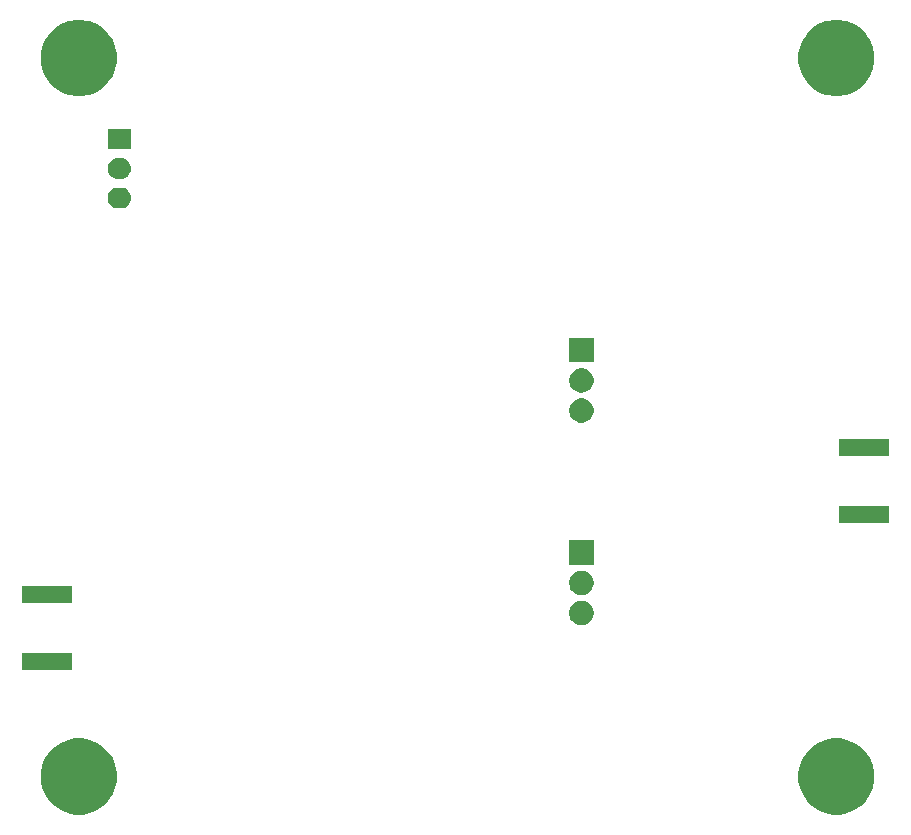
<source format=gbs>
G04 #@! TF.GenerationSoftware,KiCad,Pcbnew,(5.1.5)-3*
G04 #@! TF.CreationDate,2020-02-06T00:19:04+09:00*
G04 #@! TF.ProjectId,GradientDriver,47726164-6965-46e7-9444-72697665722e,rev?*
G04 #@! TF.SameCoordinates,Original*
G04 #@! TF.FileFunction,Soldermask,Bot*
G04 #@! TF.FilePolarity,Negative*
%FSLAX46Y46*%
G04 Gerber Fmt 4.6, Leading zero omitted, Abs format (unit mm)*
G04 Created by KiCad (PCBNEW (5.1.5)-3) date 2020-02-06 00:19:04*
%MOMM*%
%LPD*%
G04 APERTURE LIST*
%ADD10C,0.100000*%
G04 APERTURE END LIST*
D10*
G36*
X122548386Y-96535890D02*
G01*
X122859531Y-96597781D01*
X123445716Y-96840587D01*
X123973268Y-97193086D01*
X124421914Y-97641732D01*
X124526680Y-97798526D01*
X124774414Y-98169286D01*
X125017219Y-98755470D01*
X125141000Y-99377758D01*
X125141000Y-100012242D01*
X125129892Y-100068085D01*
X125017219Y-100634531D01*
X124774413Y-101220716D01*
X124421914Y-101748268D01*
X123973268Y-102196914D01*
X123445716Y-102549413D01*
X122859531Y-102792219D01*
X122548386Y-102854110D01*
X122237242Y-102916000D01*
X121602758Y-102916000D01*
X121291614Y-102854110D01*
X120980469Y-102792219D01*
X120394284Y-102549413D01*
X119866732Y-102196914D01*
X119418086Y-101748268D01*
X119065587Y-101220716D01*
X118822781Y-100634531D01*
X118710108Y-100068085D01*
X118699000Y-100012242D01*
X118699000Y-99377758D01*
X118822781Y-98755470D01*
X119065586Y-98169286D01*
X119313320Y-97798526D01*
X119418086Y-97641732D01*
X119866732Y-97193086D01*
X120394284Y-96840587D01*
X120980469Y-96597781D01*
X121291614Y-96535891D01*
X121602758Y-96474000D01*
X122237242Y-96474000D01*
X122548386Y-96535890D01*
G37*
G36*
X58413386Y-96535890D02*
G01*
X58724531Y-96597781D01*
X59310716Y-96840587D01*
X59838268Y-97193086D01*
X60286914Y-97641732D01*
X60391680Y-97798526D01*
X60639414Y-98169286D01*
X60882219Y-98755470D01*
X61006000Y-99377758D01*
X61006000Y-100012242D01*
X60994892Y-100068085D01*
X60882219Y-100634531D01*
X60639413Y-101220716D01*
X60286914Y-101748268D01*
X59838268Y-102196914D01*
X59310716Y-102549413D01*
X58724531Y-102792219D01*
X58413386Y-102854110D01*
X58102242Y-102916000D01*
X57467758Y-102916000D01*
X57156614Y-102854110D01*
X56845469Y-102792219D01*
X56259284Y-102549413D01*
X55731732Y-102196914D01*
X55283086Y-101748268D01*
X54930587Y-101220716D01*
X54687781Y-100634531D01*
X54575108Y-100068085D01*
X54564000Y-100012242D01*
X54564000Y-99377758D01*
X54687781Y-98755470D01*
X54930586Y-98169286D01*
X55178320Y-97798526D01*
X55283086Y-97641732D01*
X55731732Y-97193086D01*
X56259284Y-96840587D01*
X56845469Y-96597781D01*
X57156614Y-96535891D01*
X57467758Y-96474000D01*
X58102242Y-96474000D01*
X58413386Y-96535890D01*
G37*
G36*
X57239000Y-90643000D02*
G01*
X52997000Y-90643000D01*
X52997000Y-89251000D01*
X57239000Y-89251000D01*
X57239000Y-90643000D01*
G37*
G36*
X100498918Y-84828284D02*
G01*
X100632482Y-84854851D01*
X100821204Y-84933022D01*
X100991049Y-85046509D01*
X101135491Y-85190951D01*
X101248978Y-85360796D01*
X101327149Y-85549518D01*
X101367000Y-85749864D01*
X101367000Y-85954136D01*
X101327149Y-86154482D01*
X101248978Y-86343204D01*
X101135491Y-86513049D01*
X100991049Y-86657491D01*
X100821204Y-86770978D01*
X100632482Y-86849149D01*
X100498918Y-86875716D01*
X100432137Y-86889000D01*
X100227863Y-86889000D01*
X100161082Y-86875716D01*
X100027518Y-86849149D01*
X99838796Y-86770978D01*
X99668951Y-86657491D01*
X99524509Y-86513049D01*
X99411022Y-86343204D01*
X99332851Y-86154482D01*
X99293000Y-85954136D01*
X99293000Y-85749864D01*
X99332851Y-85549518D01*
X99411022Y-85360796D01*
X99524509Y-85190951D01*
X99668951Y-85046509D01*
X99838796Y-84933022D01*
X100027518Y-84854851D01*
X100161082Y-84828284D01*
X100227863Y-84815000D01*
X100432137Y-84815000D01*
X100498918Y-84828284D01*
G37*
G36*
X57239000Y-84993000D02*
G01*
X52997000Y-84993000D01*
X52997000Y-83601000D01*
X57239000Y-83601000D01*
X57239000Y-84993000D01*
G37*
G36*
X100498918Y-82278284D02*
G01*
X100632482Y-82304851D01*
X100821204Y-82383022D01*
X100991049Y-82496509D01*
X101135491Y-82640951D01*
X101248978Y-82810796D01*
X101327149Y-82999518D01*
X101367000Y-83199864D01*
X101367000Y-83404136D01*
X101327149Y-83604482D01*
X101248978Y-83793204D01*
X101135491Y-83963049D01*
X100991049Y-84107491D01*
X100821204Y-84220978D01*
X100632482Y-84299149D01*
X100498918Y-84325716D01*
X100432137Y-84339000D01*
X100227863Y-84339000D01*
X100161082Y-84325716D01*
X100027518Y-84299149D01*
X99838796Y-84220978D01*
X99668951Y-84107491D01*
X99524509Y-83963049D01*
X99411022Y-83793204D01*
X99332851Y-83604482D01*
X99293000Y-83404136D01*
X99293000Y-83199864D01*
X99332851Y-82999518D01*
X99411022Y-82810796D01*
X99524509Y-82640951D01*
X99668951Y-82496509D01*
X99838796Y-82383022D01*
X100027518Y-82304851D01*
X100161082Y-82278284D01*
X100227863Y-82265000D01*
X100432137Y-82265000D01*
X100498918Y-82278284D01*
G37*
G36*
X101367000Y-81789000D02*
G01*
X99293000Y-81789000D01*
X99293000Y-79715000D01*
X101367000Y-79715000D01*
X101367000Y-81789000D01*
G37*
G36*
X126381000Y-78197000D02*
G01*
X122139000Y-78197000D01*
X122139000Y-76805000D01*
X126381000Y-76805000D01*
X126381000Y-78197000D01*
G37*
G36*
X126381000Y-72547000D02*
G01*
X122139000Y-72547000D01*
X122139000Y-71155000D01*
X126381000Y-71155000D01*
X126381000Y-72547000D01*
G37*
G36*
X100498918Y-67683284D02*
G01*
X100632482Y-67709851D01*
X100821204Y-67788022D01*
X100991049Y-67901509D01*
X101135491Y-68045951D01*
X101248978Y-68215796D01*
X101327149Y-68404518D01*
X101367000Y-68604864D01*
X101367000Y-68809136D01*
X101327149Y-69009482D01*
X101248978Y-69198204D01*
X101135491Y-69368049D01*
X100991049Y-69512491D01*
X100821204Y-69625978D01*
X100632482Y-69704149D01*
X100498918Y-69730716D01*
X100432137Y-69744000D01*
X100227863Y-69744000D01*
X100161082Y-69730716D01*
X100027518Y-69704149D01*
X99838796Y-69625978D01*
X99668951Y-69512491D01*
X99524509Y-69368049D01*
X99411022Y-69198204D01*
X99332851Y-69009482D01*
X99293000Y-68809136D01*
X99293000Y-68604864D01*
X99332851Y-68404518D01*
X99411022Y-68215796D01*
X99524509Y-68045951D01*
X99668951Y-67901509D01*
X99838796Y-67788022D01*
X100027518Y-67709851D01*
X100161082Y-67683284D01*
X100227863Y-67670000D01*
X100432137Y-67670000D01*
X100498918Y-67683284D01*
G37*
G36*
X100498918Y-65133284D02*
G01*
X100632482Y-65159851D01*
X100821204Y-65238022D01*
X100991049Y-65351509D01*
X101135491Y-65495951D01*
X101248978Y-65665796D01*
X101327149Y-65854518D01*
X101367000Y-66054864D01*
X101367000Y-66259136D01*
X101327149Y-66459482D01*
X101248978Y-66648204D01*
X101135491Y-66818049D01*
X100991049Y-66962491D01*
X100821204Y-67075978D01*
X100632482Y-67154149D01*
X100498918Y-67180716D01*
X100432137Y-67194000D01*
X100227863Y-67194000D01*
X100161082Y-67180716D01*
X100027518Y-67154149D01*
X99838796Y-67075978D01*
X99668951Y-66962491D01*
X99524509Y-66818049D01*
X99411022Y-66648204D01*
X99332851Y-66459482D01*
X99293000Y-66259136D01*
X99293000Y-66054864D01*
X99332851Y-65854518D01*
X99411022Y-65665796D01*
X99524509Y-65495951D01*
X99668951Y-65351509D01*
X99838796Y-65238022D01*
X100027518Y-65159851D01*
X100161082Y-65133284D01*
X100227863Y-65120000D01*
X100432137Y-65120000D01*
X100498918Y-65133284D01*
G37*
G36*
X101367000Y-64644000D02*
G01*
X99293000Y-64644000D01*
X99293000Y-62570000D01*
X101367000Y-62570000D01*
X101367000Y-64644000D01*
G37*
G36*
X61509747Y-49861602D02*
G01*
X61673925Y-49911406D01*
X61673927Y-49911407D01*
X61673930Y-49911408D01*
X61825243Y-49992286D01*
X61825244Y-49992287D01*
X61825246Y-49992288D01*
X61957870Y-50101130D01*
X62066714Y-50233757D01*
X62147592Y-50385070D01*
X62147593Y-50385073D01*
X62147594Y-50385075D01*
X62197398Y-50549253D01*
X62214214Y-50720000D01*
X62197398Y-50890747D01*
X62147594Y-51054925D01*
X62147592Y-51054930D01*
X62066714Y-51206243D01*
X62066712Y-51206246D01*
X61957870Y-51338870D01*
X61825246Y-51447712D01*
X61825244Y-51447713D01*
X61825243Y-51447714D01*
X61673930Y-51528592D01*
X61673927Y-51528593D01*
X61673925Y-51528594D01*
X61509747Y-51578398D01*
X61381789Y-51591000D01*
X61046211Y-51591000D01*
X60918253Y-51578398D01*
X60754075Y-51528594D01*
X60754073Y-51528593D01*
X60754070Y-51528592D01*
X60602757Y-51447714D01*
X60602756Y-51447713D01*
X60602754Y-51447712D01*
X60470130Y-51338870D01*
X60361288Y-51206246D01*
X60361286Y-51206243D01*
X60280408Y-51054930D01*
X60280406Y-51054925D01*
X60230602Y-50890747D01*
X60213786Y-50720000D01*
X60230602Y-50549253D01*
X60280406Y-50385075D01*
X60280407Y-50385073D01*
X60280408Y-50385070D01*
X60361286Y-50233757D01*
X60470130Y-50101130D01*
X60602754Y-49992288D01*
X60602756Y-49992287D01*
X60602757Y-49992286D01*
X60754070Y-49911408D01*
X60754073Y-49911407D01*
X60754075Y-49911406D01*
X60918253Y-49861602D01*
X61046211Y-49849000D01*
X61381789Y-49849000D01*
X61509747Y-49861602D01*
G37*
G36*
X61509747Y-47361602D02*
G01*
X61673925Y-47411406D01*
X61673927Y-47411407D01*
X61673930Y-47411408D01*
X61825243Y-47492286D01*
X61825244Y-47492287D01*
X61825246Y-47492288D01*
X61957870Y-47601130D01*
X62066714Y-47733757D01*
X62147592Y-47885070D01*
X62147593Y-47885073D01*
X62147594Y-47885075D01*
X62197398Y-48049253D01*
X62214214Y-48220000D01*
X62197398Y-48390747D01*
X62147594Y-48554925D01*
X62147592Y-48554930D01*
X62066714Y-48706243D01*
X62066712Y-48706246D01*
X61957870Y-48838870D01*
X61825246Y-48947712D01*
X61825244Y-48947713D01*
X61825243Y-48947714D01*
X61673930Y-49028592D01*
X61673927Y-49028593D01*
X61673925Y-49028594D01*
X61509747Y-49078398D01*
X61381789Y-49091000D01*
X61046211Y-49091000D01*
X60918253Y-49078398D01*
X60754075Y-49028594D01*
X60754073Y-49028593D01*
X60754070Y-49028592D01*
X60602757Y-48947714D01*
X60602756Y-48947713D01*
X60602754Y-48947712D01*
X60470130Y-48838870D01*
X60361288Y-48706246D01*
X60361286Y-48706243D01*
X60280408Y-48554930D01*
X60280406Y-48554925D01*
X60230602Y-48390747D01*
X60213786Y-48220000D01*
X60230602Y-48049253D01*
X60280406Y-47885075D01*
X60280407Y-47885073D01*
X60280408Y-47885070D01*
X60361286Y-47733757D01*
X60470130Y-47601130D01*
X60602754Y-47492288D01*
X60602756Y-47492287D01*
X60602757Y-47492286D01*
X60754070Y-47411408D01*
X60754073Y-47411407D01*
X60754075Y-47411406D01*
X60918253Y-47361602D01*
X61046211Y-47349000D01*
X61381789Y-47349000D01*
X61509747Y-47361602D01*
G37*
G36*
X62074702Y-44852820D02*
G01*
X62106094Y-44862343D01*
X62135028Y-44877808D01*
X62160384Y-44898616D01*
X62181192Y-44923972D01*
X62196657Y-44952906D01*
X62206180Y-44984298D01*
X62210000Y-45023083D01*
X62210000Y-46416917D01*
X62206180Y-46455702D01*
X62196657Y-46487094D01*
X62181192Y-46516028D01*
X62160384Y-46541384D01*
X62135028Y-46562192D01*
X62106094Y-46577657D01*
X62074702Y-46587180D01*
X62035917Y-46591000D01*
X60392083Y-46591000D01*
X60353298Y-46587180D01*
X60321906Y-46577657D01*
X60292972Y-46562192D01*
X60267616Y-46541384D01*
X60246808Y-46516028D01*
X60231343Y-46487094D01*
X60221820Y-46455702D01*
X60218000Y-46416917D01*
X60218000Y-45023083D01*
X60221820Y-44984298D01*
X60231343Y-44952906D01*
X60246808Y-44923972D01*
X60267616Y-44898616D01*
X60292972Y-44877808D01*
X60321906Y-44862343D01*
X60353298Y-44852820D01*
X60392083Y-44849000D01*
X62035917Y-44849000D01*
X62074702Y-44852820D01*
G37*
G36*
X122548386Y-35702890D02*
G01*
X122859531Y-35764781D01*
X123445716Y-36007587D01*
X123973268Y-36360086D01*
X124421914Y-36808732D01*
X124526680Y-36965526D01*
X124774414Y-37336286D01*
X125017219Y-37922470D01*
X125141000Y-38544758D01*
X125141000Y-39179242D01*
X125129892Y-39235085D01*
X125017219Y-39801531D01*
X124774413Y-40387716D01*
X124421914Y-40915268D01*
X123973268Y-41363914D01*
X123445716Y-41716413D01*
X122859531Y-41959219D01*
X122548386Y-42021110D01*
X122237242Y-42083000D01*
X121602758Y-42083000D01*
X121291614Y-42021110D01*
X120980469Y-41959219D01*
X120394284Y-41716413D01*
X119866732Y-41363914D01*
X119418086Y-40915268D01*
X119065587Y-40387716D01*
X118822781Y-39801531D01*
X118710108Y-39235085D01*
X118699000Y-39179242D01*
X118699000Y-38544758D01*
X118822781Y-37922470D01*
X119065586Y-37336286D01*
X119313320Y-36965526D01*
X119418086Y-36808732D01*
X119866732Y-36360086D01*
X120394284Y-36007587D01*
X120980469Y-35764781D01*
X121291614Y-35702891D01*
X121602758Y-35641000D01*
X122237242Y-35641000D01*
X122548386Y-35702890D01*
G37*
G36*
X58413386Y-35702890D02*
G01*
X58724531Y-35764781D01*
X59310716Y-36007587D01*
X59838268Y-36360086D01*
X60286914Y-36808732D01*
X60391680Y-36965526D01*
X60639414Y-37336286D01*
X60882219Y-37922470D01*
X61006000Y-38544758D01*
X61006000Y-39179242D01*
X60994892Y-39235085D01*
X60882219Y-39801531D01*
X60639413Y-40387716D01*
X60286914Y-40915268D01*
X59838268Y-41363914D01*
X59310716Y-41716413D01*
X58724531Y-41959219D01*
X58413386Y-42021110D01*
X58102242Y-42083000D01*
X57467758Y-42083000D01*
X57156614Y-42021110D01*
X56845469Y-41959219D01*
X56259284Y-41716413D01*
X55731732Y-41363914D01*
X55283086Y-40915268D01*
X54930587Y-40387716D01*
X54687781Y-39801531D01*
X54575108Y-39235085D01*
X54564000Y-39179242D01*
X54564000Y-38544758D01*
X54687781Y-37922470D01*
X54930586Y-37336286D01*
X55178320Y-36965526D01*
X55283086Y-36808732D01*
X55731732Y-36360086D01*
X56259284Y-36007587D01*
X56845469Y-35764781D01*
X57156614Y-35702890D01*
X57467758Y-35641000D01*
X58102242Y-35641000D01*
X58413386Y-35702890D01*
G37*
M02*

</source>
